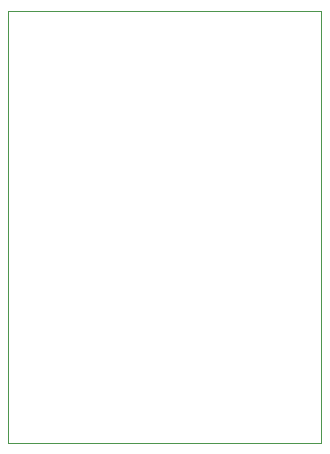
<source format=gbr>
%TF.GenerationSoftware,KiCad,Pcbnew,7.0.10*%
%TF.CreationDate,2024-02-14T16:45:12+01:00*%
%TF.ProjectId,turningLoopLDR,7475726e-696e-4674-9c6f-6f704c44522e,rev?*%
%TF.SameCoordinates,Original*%
%TF.FileFunction,Profile,NP*%
%FSLAX46Y46*%
G04 Gerber Fmt 4.6, Leading zero omitted, Abs format (unit mm)*
G04 Created by KiCad (PCBNEW 7.0.10) date 2024-02-14 16:45:12*
%MOMM*%
%LPD*%
G01*
G04 APERTURE LIST*
%TA.AperFunction,Profile*%
%ADD10C,0.100000*%
%TD*%
G04 APERTURE END LIST*
D10*
X175000000Y-131500000D02*
X201500000Y-131500000D01*
X201500000Y-168000000D01*
X175000000Y-168000000D01*
X175000000Y-131500000D01*
M02*

</source>
